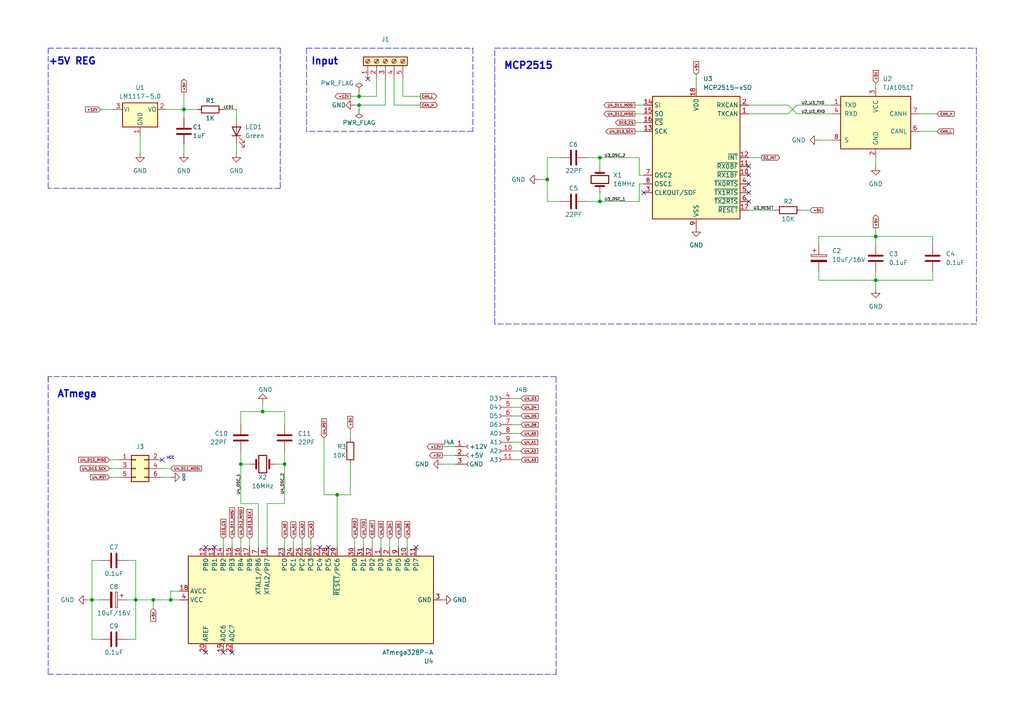
<source format=kicad_sch>
(kicad_sch (version 20211123) (generator eeschema)
  (paper "A4")
  (lib_symbols
    (symbol "CAN_ATmega:Connector_female" (pin_names (offset 1.5))
      (property "Reference" "J" (at -12 0 0))
      (property "Value" "Connector_female" (at 0 12 0))
      (symbol "Connector_female_1_1"
        (polyline (pts (xy 2.5654 -2.54) (xy 3.3274 -2.54)) (stroke (width 0.1524)))
        (polyline (pts (xy 2.5654 0) (xy 3.3274 0)) (stroke (width 0.1524)))
        (polyline (pts (xy 2.5654 2.54) (xy 3.3274 2.54)) (stroke (width 0.1524)))
        (arc (start 3.8354 -2.032) (mid 3.327 -2.54) (end 3.8354 -3.048) (stroke (width 0.1524)))
        (arc (start 3.8354 0.508) (mid 3.327 0) (end 3.8354 -0.508) (stroke (width 0.1524)))
        (arc (start 3.8354 3.048) (mid 3.327 2.54) (end 3.8354 2.032) (stroke (width 0.1524)))
        (pin power_out line (at 0 2.54 0) (length 2.54) (name "+12V") (number "1"))
        (pin power_out line (at 0 0 0) (length 2.54) (name "+5V") (number "2"))
        (pin power_out line (at 0 -2.54 0) (length 2.54) (name "GND") (number "3"))
      )
      (symbol "Connector_female_2_1"
        (polyline (pts (xy 2.5654 -8.89) (xy 3.3274 -8.89)) (stroke (width 0.1524)))
        (polyline (pts (xy 2.5654 -6.35) (xy 3.3274 -6.35)) (stroke (width 0.1524)))
        (polyline (pts (xy 2.5654 -3.81) (xy 3.3274 -3.81)) (stroke (width 0.1524)))
        (polyline (pts (xy 2.5654 -1.27) (xy 3.3274 -1.27)) (stroke (width 0.1524)))
        (polyline (pts (xy 2.5654 1.27) (xy 3.3274 1.27)) (stroke (width 0.1524)))
        (polyline (pts (xy 2.5654 3.81) (xy 3.3274 3.81)) (stroke (width 0.1524)))
        (polyline (pts (xy 2.5654 6.35) (xy 3.3274 6.35)) (stroke (width 0.1524)))
        (polyline (pts (xy 2.5654 8.89) (xy 3.3274 8.89)) (stroke (width 0.1524)))
        (arc (start 3.8354 -8.382) (mid 3.327 -8.89) (end 3.8354 -9.398) (stroke (width 0.1524)))
        (arc (start 3.8354 -5.842) (mid 3.327 -6.35) (end 3.8354 -6.858) (stroke (width 0.1524)))
        (arc (start 3.8354 -3.302) (mid 3.327 -3.81) (end 3.8354 -4.318) (stroke (width 0.1524)))
        (arc (start 3.8354 -0.762) (mid 3.327 -1.27) (end 3.8354 -1.778) (stroke (width 0.1524)))
        (arc (start 3.8354 1.778) (mid 3.3274 1.27) (end 3.8354 0.762) (stroke (width 0.1524)))
        (arc (start 3.8354 4.318) (mid 3.327 3.81) (end 3.8354 3.302) (stroke (width 0.1524)))
        (arc (start 3.8354 6.858) (mid 3.327 6.35) (end 3.8354 5.842) (stroke (width 0.1524)))
        (arc (start 3.8354 9.398) (mid 3.327 8.89) (end 3.8354 8.382) (stroke (width 0.1524)))
        (pin passive line (at 0 -6.35 0) (length 2.54) (name "A2") (number "10"))
        (pin passive line (at 0 -8.89 0) (length 2.54) (name "A3") (number "11"))
        (pin passive line (at 0 8.89 0) (length 2.54) (name "D3") (number "4"))
        (pin passive line (at 0 6.35 0) (length 2.54) (name "D4") (number "5"))
        (pin passive line (at 0 3.81 0) (length 2.54) (name "D5") (number "6"))
        (pin passive line (at 0 1.27 0) (length 2.54) (name "D6") (number "7"))
        (pin passive line (at 0 -1.27 0) (length 2.54) (name "A0") (number "8"))
        (pin passive line (at 0 -3.81 0) (length 2.54) (name "A1") (number "9"))
      )
    )
    (symbol "Connector:Screw_Terminal_01x05" (pin_names (offset 1.016) hide)
      (property "Reference" "J" (at 0 7.62 0))
      (property "Value" "Screw_Terminal_01x05" (at 0 -7.62 0))
      (symbol "Screw_Terminal_01x05_1_1"
        (rectangle (start -1.27 6.35) (end 1.27 -6.35) (stroke (width 0.254)) (fill (type background)))
        (circle (center 0 -5.08) (radius 0.635) (stroke (width 0.1524)))
        (circle (center 0 -2.54) (radius 0.635) (stroke (width 0.1524)))
        (polyline (pts (xy -0.5334 -4.7498) (xy 0.3302 -5.588)) (stroke (width 0.1524)))
        (polyline (pts (xy -0.5334 -2.2098) (xy 0.3302 -3.048)) (stroke (width 0.1524)))
        (polyline (pts (xy -0.5334 0.3302) (xy 0.3302 -0.508)) (stroke (width 0.1524)))
        (polyline (pts (xy -0.5334 2.8702) (xy 0.3302 2.032)) (stroke (width 0.1524)))
        (polyline (pts (xy -0.5334 5.4102) (xy 0.3302 4.572)) (stroke (width 0.1524)))
        (polyline (pts (xy -0.3556 -4.572) (xy 0.508 -5.4102)) (stroke (width 0.1524)))
        (polyline (pts (xy -0.3556 -2.032) (xy 0.508 -2.8702)) (stroke (width 0.1524)))
        (polyline (pts (xy -0.3556 0.508) (xy 0.508 -0.3302)) (stroke (width 0.1524)))
        (polyline (pts (xy -0.3556 3.048) (xy 0.508 2.2098)) (stroke (width 0.1524)))
        (polyline (pts (xy -0.3556 5.588) (xy 0.508 4.7498)) (stroke (width 0.1524)))
        (circle (center 0 0) (radius 0.635) (stroke (width 0.1524)))
        (circle (center 0 2.54) (radius 0.635) (stroke (width 0.1524)))
        (circle (center 0 5.08) (radius 0.635) (stroke (width 0.1524)))
        (pin passive line (at -5.08 5.08 0) (length 3.81) (name "Pin_1") (number "1"))
        (pin passive line (at -5.08 2.54 0) (length 3.81) (name "Pin_2") (number "2"))
        (pin passive line (at -5.08 0 0) (length 3.81) (name "Pin_3") (number "3"))
        (pin passive line (at -5.08 -2.54 0) (length 3.81) (name "Pin_4") (number "4"))
        (pin passive line (at -5.08 -5.08 0) (length 3.81) (name "Pin_5") (number "5"))
      )
    )
    (symbol "Connector_Generic:Conn_02x03_Odd_Even" (pin_names (offset 1.016) hide)
      (property "Reference" "J" (at 1.27 5.08 0))
      (property "Value" "Conn_02x03_Odd_Even" (at 1.27 -5.08 0))
      (symbol "Conn_02x03_Odd_Even_1_1"
        (rectangle (start -1.27 -2.413) (end 0 -2.667) (stroke (width 0.1524)))
        (rectangle (start -1.27 0.127) (end 0 -0.127) (stroke (width 0.1524)))
        (rectangle (start -1.27 2.667) (end 0 2.413) (stroke (width 0.1524)))
        (rectangle (start -1.27 3.81) (end 3.81 -3.81) (stroke (width 0.254)) (fill (type background)))
        (rectangle (start 3.81 -2.413) (end 2.54 -2.667) (stroke (width 0.1524)))
        (rectangle (start 3.81 0.127) (end 2.54 -0.127) (stroke (width 0.1524)))
        (rectangle (start 3.81 2.667) (end 2.54 2.413) (stroke (width 0.1524)))
        (pin passive line (at -5.08 2.54 0) (length 3.81) (name "Pin_1") (number "1"))
        (pin passive line (at 7.62 2.54 180) (length 3.81) (name "Pin_2") (number "2"))
        (pin passive line (at -5.08 0 0) (length 3.81) (name "Pin_3") (number "3"))
        (pin passive line (at 7.62 0 180) (length 3.81) (name "Pin_4") (number "4"))
        (pin passive line (at -5.08 -2.54 0) (length 3.81) (name "Pin_5") (number "5"))
        (pin passive line (at 7.62 -2.54 180) (length 3.81) (name "Pin_6") (number "6"))
      )
    )
    (symbol "Device:C" (pin_numbers hide) (pin_names (offset 0.254))
      (property "Reference" "C" (at 0.635 2.54 0))
      (property "Value" "C" (at 0.635 -2.54 0))
      (symbol "C_0_1"
        (polyline (pts (xy -2.032 -0.762) (xy 2.032 -0.762)) (stroke (width 0.508)))
        (polyline (pts (xy -2.032 0.762) (xy 2.032 0.762)) (stroke (width 0.508)))
      )
      (symbol "C_1_1"
        (pin passive line (at 0 3.81 270) (length 2.794) (name "~") (number "1"))
        (pin passive line (at 0 -3.81 90) (length 2.794) (name "~") (number "2"))
      )
    )
    (symbol "Device:C_Polarized" (pin_numbers hide) (pin_names (offset 0.254))
      (property "Reference" "C" (at 0.635 2.54 0))
      (property "Value" "C_Polarized" (at 0.635 -2.54 0))
      (symbol "C_Polarized_0_1"
        (rectangle (start -2.286 0.508) (end 2.286 1.016))
        (polyline (pts (xy -1.778 2.286) (xy -0.762 2.286)))
        (polyline (pts (xy -1.27 2.794) (xy -1.27 1.778)))
        (rectangle (start 2.286 -0.508) (end -2.286 -1.016) (fill (type outline)))
      )
      (symbol "C_Polarized_1_1"
        (pin passive line (at 0 3.81 270) (length 2.794) (name "~") (number "1"))
        (pin passive line (at 0 -3.81 90) (length 2.794) (name "~") (number "2"))
      )
    )
    (symbol "Device:Crystal" (pin_numbers hide) (pin_names (offset 1.016) hide)
      (property "Reference" "Y" (at 0 3.81 0))
      (property "Value" "Crystal" (at 0 -3.81 0))
      (symbol "Crystal_0_1"
        (rectangle (start -1.143 2.54) (end 1.143 -2.54) (stroke (width 0.3048)))
        (polyline (pts (xy -2.54 0) (xy -1.905 0)))
        (polyline (pts (xy -1.905 -1.27) (xy -1.905 1.27)) (stroke (width 0.508)))
        (polyline (pts (xy 1.905 -1.27) (xy 1.905 1.27)) (stroke (width 0.508)))
        (polyline (pts (xy 2.54 0) (xy 1.905 0)))
      )
      (symbol "Crystal_1_1"
        (pin passive line (at -3.81 0 0) (length 1.27) (name "1") (number "1"))
        (pin passive line (at 3.81 0 180) (length 1.27) (name "2") (number "2"))
      )
    )
    (symbol "Device:LED" (pin_numbers hide) (pin_names (offset 1.016) hide)
      (property "Reference" "D" (at 0 2.54 0))
      (property "Value" "LED" (at 0 -2.54 0))
      (symbol "LED_0_1"
        (polyline (pts (xy -1.27 -1.27) (xy -1.27 1.27)) (stroke (width 0.254)))
        (polyline (pts (xy -1.27 0) (xy 1.27 0)))
        (polyline (pts (xy 1.27 -1.27) (xy 1.27 1.27) (xy -1.27 0) (xy 1.27 -1.27)) (stroke (width 0.254)))
        (polyline (pts (xy -3.048 -0.762) (xy -4.572 -2.286) (xy -3.81 -2.286) (xy -4.572 -2.286) (xy -4.572 -1.524)))
        (polyline (pts (xy -1.778 -0.762) (xy -3.302 -2.286) (xy -2.54 -2.286) (xy -3.302 -2.286) (xy -3.302 -1.524)))
      )
      (symbol "LED_1_1"
        (pin passive line (at -3.81 0 0) (length 2.54) (name "K") (number "1"))
        (pin passive line (at 3.81 0 180) (length 2.54) (name "A") (number "2"))
      )
    )
    (symbol "Device:R" (pin_numbers hide) (pin_names (offset 0))
      (property "Reference" "R" (at 2.032 0 90))
      (property "Value" "R" (at 0 0 90))
      (symbol "R_0_1"
        (rectangle (start -1.016 -2.54) (end 1.016 2.54) (stroke (width 0.254)))
      )
      (symbol "R_1_1"
        (pin passive line (at 0 3.81 270) (length 1.27) (name "~") (number "1"))
        (pin passive line (at 0 -3.81 90) (length 1.27) (name "~") (number "2"))
      )
    )
    (symbol "Interface_CAN_LIN:MCP2515-xSO"
      (property "Reference" "U" (at -10.16 19.685 0))
      (property "Value" "MCP2515-xSO" (at 19.05 20.32 0))
      (symbol "MCP2515-xSO_0_1"
        (rectangle (start -12.7 17.78) (end 12.7 -17.78) (stroke (width 0.254)) (fill (type background)))
      )
      (symbol "MCP2515-xSO_1_1"
        (pin output line (at 15.24 12.7 180) (length 2.54) (name "TXCAN") (number "1"))
        (pin output line (at 15.24 -5.08 180) (length 2.54) (name "~{RX1BF}") (number "10"))
        (pin output line (at 15.24 -2.54 180) (length 2.54) (name "~{RX0BF}") (number "11"))
        (pin output line (at 15.24 0 180) (length 2.54) (name "~{INT}") (number "12"))
        (pin input line (at -15.24 7.62 0) (length 2.54) (name "SCK") (number "13"))
        (pin input line (at -15.24 15.24 0) (length 2.54) (name "SI") (number "14"))
        (pin output line (at -15.24 12.7 0) (length 2.54) (name "SO") (number "15"))
        (pin input line (at -15.24 10.16 0) (length 2.54) (name "~{CS}") (number "16"))
        (pin input line (at 15.24 -15.24 180) (length 2.54) (name "~{RESET}") (number "17"))
        (pin power_in line (at 0 20.32 270) (length 2.54) (name "VDD") (number "18"))
        (pin input line (at 15.24 15.24 180) (length 2.54) (name "RXCAN") (number "2"))
        (pin output line (at -15.24 -10.16 0) (length 2.54) (name "CLKOUT/SOF") (number "3"))
        (pin input line (at 15.24 -7.62 180) (length 2.54) (name "~{TX0RTS}") (number "4"))
        (pin input line (at 15.24 -10.16 180) (length 2.54) (name "~{TX1RTS}") (number "5"))
        (pin input line (at 15.24 -12.7 180) (length 2.54) (name "~{TX2RTS}") (number "6"))
        (pin output line (at -15.24 -5.08 0) (length 2.54) (name "OSC2") (number "7"))
        (pin input line (at -15.24 -7.62 0) (length 2.54) (name "OSC1") (number "8"))
        (pin power_in line (at 0 -20.32 90) (length 2.54) (name "VSS") (number "9"))
      )
    )
    (symbol "Interface_CAN_LIN:TJA1051T" (pin_names (offset 1.016))
      (property "Reference" "U" (at -10.16 8.89 0))
      (property "Value" "TJA1051T" (at 1.27 8.89 0))
      (symbol "TJA1051T_0_1"
        (rectangle (start -10.16 7.62) (end 10.16 -7.62) (stroke (width 0.254)) (fill (type background)))
      )
      (symbol "TJA1051T_1_1"
        (pin input line (at -12.7 5.08 0) (length 2.54) (name "TXD") (number "1"))
        (pin power_in line (at 0 -10.16 90) (length 2.54) (name "GND") (number "2"))
        (pin power_in line (at 0 10.16 270) (length 2.54) (name "VCC") (number "3"))
        (pin output line (at -12.7 2.54 0) (length 2.54) (name "RXD") (number "4"))
        (pin no_connect line (at -12.7 -2.54 0) (length 2.54) hide (name "n.c.") (number "5"))
        (pin bidirectional line (at 12.7 -2.54 180) (length 2.54) (name "CANL") (number "6"))
        (pin bidirectional line (at 12.7 2.54 180) (length 2.54) (name "CANH") (number "7"))
        (pin input line (at -12.7 -5.08 0) (length 2.54) (name "S") (number "8"))
      )
    )
    (symbol "MCU_Microchip_ATmega:ATmega328P-A"
      (property "Reference" "U" (at -12.7 36.83 0))
      (property "Value" "ATmega328P-A" (at 2.54 -36.83 0))
      (symbol "ATmega328P-A_0_1"
        (rectangle (start -12.7 -35.56) (end 12.7 35.56) (stroke (width 0.254)) (fill (type background)))
      )
      (symbol "ATmega328P-A_1_1"
        (pin bidirectional line (at 15.24 -20.32 180) (length 2.54) (name "PD3") (number "1"))
        (pin bidirectional line (at 15.24 -27.94 180) (length 2.54) (name "PD6") (number "10"))
        (pin bidirectional line (at 15.24 -30.48 180) (length 2.54) (name "PD7") (number "11"))
        (pin bidirectional line (at 15.24 30.48 180) (length 2.54) (name "PB0") (number "12"))
        (pin bidirectional line (at 15.24 27.94 180) (length 2.54) (name "PB1") (number "13"))
        (pin bidirectional line (at 15.24 25.4 180) (length 2.54) (name "PB2") (number "14"))
        (pin bidirectional line (at 15.24 22.86 180) (length 2.54) (name "PB3") (number "15"))
        (pin bidirectional line (at 15.24 20.32 180) (length 2.54) (name "PB4") (number "16"))
        (pin bidirectional line (at 15.24 17.78 180) (length 2.54) (name "PB5") (number "17"))
        (pin power_in line (at 2.54 38.1 270) (length 2.54) (name "AVCC") (number "18"))
        (pin input line (at -15.24 25.4 0) (length 2.54) (name "ADC6") (number "19"))
        (pin bidirectional line (at 15.24 -22.86 180) (length 2.54) (name "PD4") (number "2"))
        (pin passive line (at -15.24 30.48 0) (length 2.54) (name "AREF") (number "20"))
        (pin passive line (at 0 -38.1 90) (length 2.54) hide (name "GND") (number "21"))
        (pin input line (at -15.24 22.86 0) (length 2.54) (name "ADC7") (number "22"))
        (pin bidirectional line (at 15.24 7.62 180) (length 2.54) (name "PC0") (number "23"))
        (pin bidirectional line (at 15.24 5.08 180) (length 2.54) (name "PC1") (number "24"))
        (pin bidirectional line (at 15.24 2.54 180) (length 2.54) (name "PC2") (number "25"))
        (pin bidirectional line (at 15.24 0 180) (length 2.54) (name "PC3") (number "26"))
        (pin bidirectional line (at 15.24 -2.54 180) (length 2.54) (name "PC4") (number "27"))
        (pin bidirectional line (at 15.24 -5.08 180) (length 2.54) (name "PC5") (number "28"))
        (pin bidirectional line (at 15.24 -7.62 180) (length 2.54) (name "~{RESET}/PC6") (number "29"))
        (pin power_in line (at 0 -38.1 90) (length 2.54) (name "GND") (number "3"))
        (pin bidirectional line (at 15.24 -12.7 180) (length 2.54) (name "PD0") (number "30"))
        (pin bidirectional line (at 15.24 -15.24 180) (length 2.54) (name "PD1") (number "31"))
        (pin bidirectional line (at 15.24 -17.78 180) (length 2.54) (name "PD2") (number "32"))
        (pin power_in line (at 0 38.1 270) (length 2.54) (name "VCC") (number "4"))
        (pin passive line (at 0 -38.1 90) (length 2.54) hide (name "GND") (number "5"))
        (pin passive line (at 0 38.1 270) (length 2.54) hide (name "VCC") (number "6"))
        (pin bidirectional line (at 15.24 15.24 180) (length 2.54) (name "XTAL1/PB6") (number "7"))
        (pin bidirectional line (at 15.24 12.7 180) (length 2.54) (name "XTAL2/PB7") (number "8"))
        (pin bidirectional line (at 15.24 -25.4 180) (length 2.54) (name "PD5") (number "9"))
      )
    )
    (symbol "Regulator_Linear:LM1117-5.0" (pin_names (offset 0.254))
      (property "Reference" "U" (at -3.81 3.175 0))
      (property "Value" "LM1117-5.0" (at 0 3.175 0))
      (symbol "LM1117-5.0_0_1"
        (rectangle (start -5.08 -5.08) (end 5.08 1.905) (stroke (width 0.254)) (fill (type background)))
      )
      (symbol "LM1117-5.0_1_1"
        (pin power_in line (at 0 -7.62 90) (length 2.54) (name "GND") (number "1"))
        (pin power_out line (at 7.62 0 180) (length 2.54) (name "VO") (number "2"))
        (pin power_in line (at -7.62 0 0) (length 2.54) (name "VI") (number "3"))
      )
    )
    (symbol "power:GND" (power) (pin_names (offset 0))
      (property "Value" "GND" (at 0 -3.81 0))
      (symbol "GND_0_1"
        (polyline (pts (xy 0 0) (xy 0 -1.27) (xy 1.27 -1.27) (xy 0 -2.54) (xy -1.27 -1.27) (xy 0 -1.27)))
      )
      (symbol "GND_1_1"
        (pin power_in line (at 0 0 270) (length 0) hide (name "GND") (number "1"))
      )
    )
    (symbol "power:PWR_FLAG" (power) (pin_numbers hide) (pin_names (offset 0) hide)
      (property "Value" "PWR_FLAG" (at 0 3.81 0))
      (symbol "PWR_FLAG_0_0"
        (pin power_out line (at 0 0 90) (length 0) (name "pwr") (number "1"))
      )
      (symbol "PWR_FLAG_0_1"
        (polyline (pts (xy 0 0) (xy 0 1.27) (xy -1.016 1.905) (xy 0 2.54) (xy 1.016 1.905) (xy 0 1.27)))
      )
    )
  )
  (junction (at 254 81.28))
  (junction (at 254 68.58))
  (junction (at 69.85 134.62))
  (junction (at 53.34 31.75))
  (junction (at 26.67 173.99))
  (junction (at 97.79 143.51))
  (junction (at 49.53 173.99))
  (junction (at 173.99 45.72))
  (junction (at 104.14 30.48))
  (junction (at 82.55 134.62))
  (junction (at 76.2 119.38))
  (junction (at 44.45 173.99))
  (junction (at 158.75 52.07))
  (junction (at 104.14 27.94))
  (junction (at 39.37 173.99))
  (junction (at 173.99 58.42))
  (no_connect (at 106.68 22.86))
  (no_connect (at 59.69 158.75))
  (no_connect (at 217.17 55.88))
  (no_connect (at 217.17 50.8))
  (no_connect (at 67.31 189.23))
  (no_connect (at 217.17 48.26))
  (no_connect (at 64.77 189.23))
  (no_connect (at 217.17 53.34))
  (no_connect (at 120.65 158.75))
  (no_connect (at 46.99 133.35))
  (no_connect (at 217.17 58.42))
  (no_connect (at 186.69 55.88))
  (no_connect (at 59.69 189.23))
  (no_connect (at 95.25 158.75))
  (no_connect (at 92.71 158.75))
  (no_connect (at 62.23 158.75))
  (wire (pts (xy 31.75 133.35) (xy 34.29 133.35)))
  (wire (pts (xy 29.21 162.56) (xy 26.67 162.56)))
  (wire (pts (xy 102.87 156.21) (xy 102.87 158.75)))
  (wire (pts (xy 31.75 135.89) (xy 34.29 135.89)))
  (wire (pts (xy 97.79 143.51) (xy 93.98 143.51)))
  (wire (pts (xy 26.67 173.99) (xy 26.67 185.42)))
  (wire (pts (xy 186.69 53.34) (xy 185.42 53.34)))
  (wire (pts (xy 64.77 31.75) (xy 68.58 31.75)))
  (wire (pts (xy 104.14 30.48) (xy 111.76 30.48)))
  (wire (pts (xy 105.41 156.21) (xy 105.41 158.75)))
  (wire (pts (xy 104.14 27.94) (xy 109.22 27.94)))
  (wire (pts (xy 148.59 133.35) (xy 151.13 133.35)))
  (wire (pts (xy 40.64 39.37) (xy 40.64 44.45)))
  (wire (pts (xy 184.15 30.48) (xy 186.69 30.48)))
  (wire (pts (xy 254 68.58) (xy 254 71.12)))
  (wire (pts (xy 237.49 81.28) (xy 254 81.28)))
  (wire (pts (xy 254 81.28) (xy 270.51 81.28)))
  (wire (pts (xy 237.49 78.74) (xy 237.49 81.28)))
  (wire (pts (xy 39.37 185.42) (xy 36.83 185.42)))
  (wire (pts (xy 186.69 50.8) (xy 185.42 50.8)))
  (wire (pts (xy 104.14 26.67) (xy 104.14 27.94)))
  (wire (pts (xy 82.55 134.62) (xy 80.01 134.62)))
  (wire (pts (xy 82.55 134.62) (xy 82.55 146.05)))
  (wire (pts (xy 46.99 138.43) (xy 49.53 138.43)))
  (wire (pts (xy 184.15 33.02) (xy 186.69 33.02)))
  (wire (pts (xy 110.49 156.21) (xy 110.49 158.75)))
  (wire (pts (xy 77.47 146.05) (xy 82.55 146.05)))
  (wire (pts (xy 184.15 35.56) (xy 186.69 35.56)))
  (polyline (pts (xy 143.51 13.97) (xy 283.21 13.97)))
  (polyline (pts (xy 137.16 13.97) (xy 137.16 38.1)))
  (wire (pts (xy 101.6 124.46) (xy 101.6 127)))
  (wire (pts (xy 29.21 31.75) (xy 33.02 31.75)))
  (wire (pts (xy 115.57 156.21) (xy 115.57 158.75)))
  (wire (pts (xy 158.75 58.42) (xy 158.75 52.07)))
  (polyline (pts (xy 13.97 13.97) (xy 81.28 13.97)))
  (wire (pts (xy 228.6 30.48) (xy 231.14 33.02)))
  (wire (pts (xy 148.59 120.65) (xy 151.13 120.65)))
  (wire (pts (xy 69.85 123.19) (xy 69.85 119.38)))
  (wire (pts (xy 116.84 27.94) (xy 116.84 22.86)))
  (wire (pts (xy 44.45 173.99) (xy 49.53 173.99)))
  (wire (pts (xy 228.6 33.02) (xy 217.17 33.02)))
  (wire (pts (xy 254 45.72) (xy 254 48.26)))
  (wire (pts (xy 185.42 45.72) (xy 185.42 50.8)))
  (wire (pts (xy 173.99 58.42) (xy 170.18 58.42)))
  (wire (pts (xy 97.79 143.51) (xy 101.6 143.51)))
  (wire (pts (xy 44.45 176.53) (xy 44.45 173.99)))
  (polyline (pts (xy 283.21 13.97) (xy 283.21 93.98)))
  (wire (pts (xy 25.4 173.99) (xy 26.67 173.99)))
  (wire (pts (xy 254 81.28) (xy 254 83.82)))
  (wire (pts (xy 217.17 30.48) (xy 228.6 30.48)))
  (wire (pts (xy 49.53 171.45) (xy 52.07 171.45)))
  (wire (pts (xy 254 66.04) (xy 254 68.58)))
  (wire (pts (xy 74.93 146.05) (xy 74.93 158.75)))
  (wire (pts (xy 104.14 30.48) (xy 104.14 31.75)))
  (wire (pts (xy 76.2 119.38) (xy 82.55 119.38)))
  (wire (pts (xy 148.59 125.73) (xy 151.13 125.73)))
  (wire (pts (xy 113.03 156.21) (xy 113.03 158.75)))
  (wire (pts (xy 26.67 173.99) (xy 29.21 173.99)))
  (wire (pts (xy 121.92 27.94) (xy 116.84 27.94)))
  (wire (pts (xy 87.63 156.21) (xy 87.63 158.75)))
  (wire (pts (xy 254 68.58) (xy 270.51 68.58)))
  (wire (pts (xy 270.51 68.58) (xy 270.51 71.12)))
  (wire (pts (xy 173.99 45.72) (xy 173.99 48.26)))
  (wire (pts (xy 173.99 45.72) (xy 170.18 45.72)))
  (wire (pts (xy 148.59 130.81) (xy 151.13 130.81)))
  (wire (pts (xy 173.99 58.42) (xy 185.42 58.42)))
  (wire (pts (xy 64.77 158.75) (xy 64.77 156.21)))
  (wire (pts (xy 270.51 81.28) (xy 270.51 78.74)))
  (wire (pts (xy 101.6 27.94) (xy 104.14 27.94)))
  (wire (pts (xy 114.3 30.48) (xy 114.3 22.86)))
  (wire (pts (xy 266.7 38.1) (xy 271.78 38.1)))
  (wire (pts (xy 39.37 162.56) (xy 36.83 162.56)))
  (polyline (pts (xy 13.97 109.22) (xy 13.97 195.58)))
  (wire (pts (xy 39.37 173.99) (xy 39.37 185.42)))
  (wire (pts (xy 231.14 30.48) (xy 241.3 30.48)))
  (wire (pts (xy 69.85 134.62) (xy 69.85 130.81)))
  (wire (pts (xy 237.49 40.64) (xy 241.3 40.64)))
  (polyline (pts (xy 13.97 195.58) (xy 161.29 195.58)))
  (wire (pts (xy 93.98 127) (xy 93.98 143.51)))
  (polyline (pts (xy 283.21 93.98) (xy 143.51 93.98)))
  (wire (pts (xy 26.67 185.42) (xy 29.21 185.42)))
  (wire (pts (xy 158.75 52.07) (xy 158.75 45.72)))
  (polyline (pts (xy 143.51 93.98) (xy 143.51 13.97)))
  (wire (pts (xy 46.99 135.89) (xy 49.53 135.89)))
  (wire (pts (xy 39.37 173.99) (xy 44.45 173.99)))
  (wire (pts (xy 185.42 53.34) (xy 185.42 58.42)))
  (wire (pts (xy 128.27 129.54) (xy 132.08 129.54)))
  (wire (pts (xy 128.27 132.08) (xy 132.08 132.08)))
  (wire (pts (xy 156.21 52.07) (xy 158.75 52.07)))
  (wire (pts (xy 77.47 158.75) (xy 77.47 146.05)))
  (wire (pts (xy 107.95 158.75) (xy 107.95 156.21)))
  (wire (pts (xy 76.2 116.84) (xy 76.2 119.38)))
  (wire (pts (xy 49.53 173.99) (xy 52.07 173.99)))
  (wire (pts (xy 48.26 31.75) (xy 53.34 31.75)))
  (polyline (pts (xy 88.9 13.97) (xy 137.16 13.97)))
  (wire (pts (xy 109.22 22.86) (xy 109.22 27.94)))
  (wire (pts (xy 82.55 156.21) (xy 82.55 158.75)))
  (wire (pts (xy 254 24.13) (xy 254 25.4)))
  (wire (pts (xy 158.75 45.72) (xy 162.56 45.72)))
  (wire (pts (xy 31.75 138.43) (xy 34.29 138.43)))
  (wire (pts (xy 39.37 173.99) (xy 39.37 162.56)))
  (wire (pts (xy 68.58 31.75) (xy 68.58 34.29)))
  (wire (pts (xy 53.34 31.75) (xy 53.34 34.29)))
  (polyline (pts (xy 81.28 13.97) (xy 81.28 54.61)))
  (wire (pts (xy 82.55 134.62) (xy 82.55 130.81)))
  (wire (pts (xy 68.58 41.91) (xy 68.58 44.45)))
  (wire (pts (xy 90.17 156.21) (xy 90.17 158.75)))
  (wire (pts (xy 232.41 60.96) (xy 234.95 60.96)))
  (wire (pts (xy 101.6 134.62) (xy 101.6 143.51)))
  (wire (pts (xy 111.76 22.86) (xy 111.76 30.48)))
  (polyline (pts (xy 81.28 54.61) (xy 13.97 54.61)))
  (wire (pts (xy 254 78.74) (xy 254 81.28)))
  (wire (pts (xy 49.53 173.99) (xy 49.53 171.45)))
  (polyline (pts (xy 161.29 195.58) (xy 161.29 109.22)))
  (wire (pts (xy 69.85 119.38) (xy 76.2 119.38)))
  (wire (pts (xy 173.99 55.88) (xy 173.99 58.42)))
  (wire (pts (xy 148.59 115.57) (xy 151.13 115.57)))
  (polyline (pts (xy 161.29 109.22) (xy 13.97 109.22)))
  (wire (pts (xy 231.14 33.02) (xy 241.3 33.02)))
  (wire (pts (xy 53.34 26.67) (xy 53.34 31.75)))
  (wire (pts (xy 85.09 156.21) (xy 85.09 158.75)))
  (wire (pts (xy 72.39 158.75) (xy 72.39 156.21)))
  (wire (pts (xy 69.85 134.62) (xy 69.85 146.05)))
  (wire (pts (xy 72.39 134.62) (xy 69.85 134.62)))
  (wire (pts (xy 26.67 162.56) (xy 26.67 173.99)))
  (polyline (pts (xy 13.97 13.97) (xy 13.97 54.61)))
  (wire (pts (xy 36.83 173.99) (xy 39.37 173.99)))
  (wire (pts (xy 231.14 30.48) (xy 228.6 33.02)))
  (wire (pts (xy 148.59 123.19) (xy 151.13 123.19)))
  (wire (pts (xy 220.98 45.72) (xy 217.17 45.72)))
  (wire (pts (xy 67.31 158.75) (xy 67.31 156.21)))
  (wire (pts (xy 162.56 58.42) (xy 158.75 58.42)))
  (wire (pts (xy 148.59 128.27) (xy 151.13 128.27)))
  (wire (pts (xy 102.87 30.48) (xy 104.14 30.48)))
  (wire (pts (xy 173.99 45.72) (xy 185.42 45.72)))
  (wire (pts (xy 118.11 156.21) (xy 118.11 158.75)))
  (wire (pts (xy 69.85 146.05) (xy 74.93 146.05)))
  (polyline (pts (xy 88.9 13.97) (xy 88.9 38.1)))
  (wire (pts (xy 266.7 33.02) (xy 271.78 33.02)))
  (wire (pts (xy 82.55 119.38) (xy 82.55 123.19)))
  (wire (pts (xy 201.93 21.59) (xy 201.93 25.4)))
  (polyline (pts (xy 137.16 38.1) (xy 88.9 38.1)))
  (wire (pts (xy 69.85 158.75) (xy 69.85 156.21)))
  (wire (pts (xy 148.59 118.11) (xy 151.13 118.11)))
  (wire (pts (xy 184.15 38.1) (xy 186.69 38.1)))
  (wire (pts (xy 237.49 68.58) (xy 237.49 71.12)))
  (wire (pts (xy 254 68.58) (xy 237.49 68.58)))
  (wire (pts (xy 121.92 30.48) (xy 114.3 30.48)))
  (wire (pts (xy 128.27 134.62) (xy 132.08 134.62)))
  (wire (pts (xy 217.17 60.96) (xy 224.79 60.96)))
  (wire (pts (xy 53.34 31.75) (xy 57.15 31.75)))
  (polyline (pts (xy 13.97 109.22) (xy 13.97 110.49)))
  (wire (pts (xy 97.79 143.51) (xy 97.79 158.75)))
  (wire (pts (xy 53.34 41.91) (xy 53.34 44.45)))
  (text "+5V REG" (at 13.97 19.05 0) (effects (font (size 2 2) (thickness 0.4) bold) (justify left bottom)))
  (text "ATmega" (at 16.51 115.57 0) (effects (font (size 2 2) (thickness 0.4) bold) (justify left bottom)))
  (text "MCP2515" (at 146.05 20.32 0) (effects (font (size 2 2) (thickness 0.4) bold) (justify left bottom)))
  (text "VCC" (at 48.26 133.35 0) (effects (font (size 0.75 0.75)) (justify left bottom)))
  (text "Input" (at 90.17 19.05 0) (effects (font (size 2 2) (thickness 0.4) bold) (justify left bottom)))
  (label "U2_U3_TXD" (at 232.41 30.48 0) (effects (font (size 0.8 0.8))))
  (label "LED1" (at 64.77 31.75 0) (effects (font (size 0.8 0.8))))
  (label "U4_OSC_1" (at 69.85 143.51 90) (effects (font (size 0.8 0.8))))
  (label "U2_U3_RXD" (at 232.41 33.02 0) (effects (font (size 0.8 0.8))))
  (label "U3_OSC_1" (at 175.26 58.42 0) (effects (font (size 0.8 0.8))))
  (label "U3_OSC_2" (at 175.26 45.72 0) (effects (font (size 0.8 0.8))))
  (label "U3_RESET" (at 218.44 60.96 0) (effects (font (size 0.8 0.8))))
  (label "U4_OSC_2" (at 82.55 137.16 270) (effects (font (size 0.8 0.8))))
  (global_label "U4_D12_MISO" (shape input) (at 69.85 156.21 90) (effects (font (size 0.75 0.75))) (property "Intersheet References" "${INTERSHEET_REFS}" (effects hide)))
  (global_label "U4_D6" (shape input) (at 118.11 156.21 90) (effects (font (size 0.75 0.75))) (property "Intersheet References" "${INTERSHEET_REFS}" (effects hide)))
  (global_label "U4_A3" (shape input) (at 90.17 156.21 90) (effects (font (size 0.75 0.75))) (property "Intersheet References" "${INTERSHEET_REFS}" (effects hide)))
  (global_label "U4_A0" (shape input) (at 151.13 125.73 0) (effects (font (size 0.75 0.75))) (property "Intersheet References" "${INTERSHEET_REFS}" (effects hide)))
  (global_label "U4_D4" (shape input) (at 151.13 118.11 0) (effects (font (size 0.75 0.75))) (property "Intersheet References" "${INTERSHEET_REFS}" (effects hide)))
  (global_label "U4_A1" (shape input) (at 151.13 128.27 0) (effects (font (size 0.75 0.75))) (property "Intersheet References" "${INTERSHEET_REFS}" (effects hide)))
  (global_label "U4_D12_MISO" (shape input) (at 31.75 133.35 180) (effects (font (size 0.75 0.75))) (property "Intersheet References" "${INTERSHEET_REFS}" (effects hide)))
  (global_label "U4_D12_MISO" (shape output) (at 184.15 33.02 180) (effects (font (size 0.75 0.75))) (property "Intersheet References" "${INTERSHEET_REFS}" (effects hide)))
  (global_label "CAN_L" (shape output) (at 121.92 27.94 0) (effects (font (size 0.75 0.75))) (property "Intersheet References" "${INTERSHEET_REFS}" (effects hide)))
  (global_label "+5V" (shape input) (at 254 24.13 90) (effects (font (size 0.75 0.75))) (property "Intersheet References" "${INTERSHEET_REFS}" (effects hide)))
  (global_label "U4_A0" (shape input) (at 82.55 156.21 90) (effects (font (size 0.75 0.75))) (property "Intersheet References" "${INTERSHEET_REFS}" (effects hide)))
  (global_label "U4_D4" (shape input) (at 113.03 156.21 90) (effects (font (size 0.75 0.75))) (property "Intersheet References" "${INTERSHEET_REFS}" (effects hide)))
  (global_label "U4_D6" (shape input) (at 151.13 123.19 0) (effects (font (size 0.75 0.75))) (property "Intersheet References" "${INTERSHEET_REFS}" (effects hide)))
  (global_label "U4_D11_MOSI" (shape output) (at 184.15 30.48 180) (effects (font (size 0.75 0.75))) (property "Intersheet References" "${INTERSHEET_REFS}" (effects hide)))
  (global_label "U4_TXD" (shape input) (at 105.41 156.21 90) (effects (font (size 0.75 0.75))) (property "Intersheet References" "${INTERSHEET_REFS}" (effects hide)))
  (global_label "+5V" (shape output) (at 254 66.04 90) (effects (font (size 0.75 0.75))) (property "Intersheet References" "${INTERSHEET_REFS}" (effects hide)))
  (global_label "+5V" (shape input) (at 201.93 21.59 90) (effects (font (size 0.75 0.75))) (property "Intersheet References" "${INTERSHEET_REFS}" (effects hide)))
  (global_label "U4_RST" (shape input) (at 31.75 138.43 180) (effects (font (size 0.75 0.75))) (property "Intersheet References" "${INTERSHEET_REFS}" (effects hide)))
  (global_label "U4_A2" (shape input) (at 87.63 156.21 90) (effects (font (size 0.75 0.75))) (property "Intersheet References" "${INTERSHEET_REFS}" (effects hide)))
  (global_label "CAN_L" (shape input) (at 271.78 38.1 0) (effects (font (size 0.75 0.75))) (property "Intersheet References" "${INTERSHEET_REFS}" (effects hide)))
  (global_label "U4_D3" (shape input) (at 110.49 156.21 90) (effects (font (size 0.75 0.75))) (property "Intersheet References" "${INTERSHEET_REFS}" (effects hide)))
  (global_label "U4_A2" (shape input) (at 151.13 130.81 0) (effects (font (size 0.75 0.75))) (property "Intersheet References" "${INTERSHEET_REFS}" (effects hide)))
  (global_label "U4_D13_SCK" (shape output) (at 184.15 38.1 180) (effects (font (size 0.75 0.75))) (property "Intersheet References" "${INTERSHEET_REFS}" (effects hide)))
  (global_label "CAN_H" (shape output) (at 121.92 30.48 0) (effects (font (size 0.75 0.75))) (property "Intersheet References" "${INTERSHEET_REFS}" (effects hide)))
  (global_label "U4_D5" (shape input) (at 115.57 156.21 90) (effects (font (size 0.75 0.75))) (property "Intersheet References" "${INTERSHEET_REFS}" (effects hide)))
  (global_label "U4_A3" (shape input) (at 151.13 133.35 0) (effects (font (size 0.75 0.75))) (property "Intersheet References" "${INTERSHEET_REFS}" (effects hide)))
  (global_label "U4_D13_SCK" (shape input) (at 72.39 156.21 90) (effects (font (size 0.75 0.75))) (property "Intersheet References" "${INTERSHEET_REFS}" (effects hide)))
  (global_label "U4_D11_MOSI" (shape input) (at 67.31 156.21 90) (effects (font (size 0.75 0.75))) (property "Intersheet References" "${INTERSHEET_REFS}" (effects hide)))
  (global_label "U4_D5" (shape input) (at 151.13 120.65 0) (effects (font (size 0.75 0.75))) (property "Intersheet References" "${INTERSHEET_REFS}" (effects hide)))
  (global_label "U4_RST" (shape input) (at 93.98 127 90) (effects (font (size 0.75 0.75))) (property "Intersheet References" "${INTERSHEET_REFS}" (effects hide)))
  (global_label "D10_CS" (shape input) (at 64.77 156.21 90) (effects (font (size 0.75 0.75))) (property "Intersheet References" "${INTERSHEET_REFS}" (effects hide)))
  (global_label "D10_CS" (shape output) (at 184.15 35.56 180) (effects (font (size 0.75 0.75))) (property "Intersheet References" "${INTERSHEET_REFS}" (effects hide)))
  (global_label "+5V" (shape input) (at 44.45 176.53 270) (effects (font (size 0.75 0.75))) (property "Intersheet References" "${INTERSHEET_REFS}" (effects hide)))
  (global_label "+12V" (shape output) (at 128.27 129.54 180) (effects (font (size 0.75 0.75))) (property "Intersheet References" "${INTERSHEET_REFS}" (effects hide)))
  (global_label "U4_RXD" (shape input) (at 102.87 156.21 90) (effects (font (size 0.75 0.75))) (property "Intersheet References" "${INTERSHEET_REFS}" (effects hide)))
  (global_label "U4_A1" (shape input) (at 85.09 156.21 90) (effects (font (size 0.75 0.75))) (property "Intersheet References" "${INTERSHEET_REFS}" (effects hide)))
  (global_label "+12V" (shape output) (at 101.6 27.94 180) (effects (font (size 0.75 0.75))) (property "Intersheet References" "${INTERSHEET_REFS}" (effects hide)))
  (global_label "CAN_H" (shape input) (at 271.78 33.02 0) (effects (font (size 0.75 0.75))) (property "Intersheet References" "${INTERSHEET_REFS}" (effects hide)))
  (global_label "D2_INT" (shape output) (at 220.98 45.72 0) (effects (font (size 0.75 0.75))) (property "Intersheet References" "${INTERSHEET_REFS}" (effects hide)))
  (global_label "+12V" (shape input) (at 29.21 31.75 180) (effects (font (size 0.75 0.75))) (property "Intersheet References" "${INTERSHEET_REFS}" (effects hide)))
  (global_label "U4_D11_MOSI" (shape input) (at 49.53 135.89 0) (effects (font (size 0.75 0.75))) (property "Intersheet References" "${INTERSHEET_REFS}" (effects hide)))
  (global_label "+5V" (shape input) (at 101.6 124.46 90) (effects (font (size 0.75 0.75))) (property "Intersheet References" "${INTERSHEET_REFS}" (effects hide)))
  (global_label "+5V" (shape output) (at 128.27 132.08 180) (effects (font (size 0.75 0.75))) (property "Intersheet References" "${INTERSHEET_REFS}" (effects hide)))
  (global_label "U4_D3" (shape input) (at 151.13 115.57 0) (effects (font (size 0.75 0.75))) (property "Intersheet References" "${INTERSHEET_REFS}" (effects hide)))
  (global_label "D2_INT" (shape input) (at 107.95 156.21 90) (effects (font (size 0.75 0.75))) (property "Intersheet References" "${INTERSHEET_REFS}" (effects hide)))
  (global_label "+5V" (shape output) (at 53.34 26.67 90) (effects (font (size 0.75 0.75))) (property "Intersheet References" "${INTERSHEET_REFS}" (effects hide)))
  (global_label "+5V" (shape input) (at 234.95 60.96 0) (effects (font (size 0.75 0.75))) (property "Intersheet References" "${INTERSHEET_REFS}" (effects hide)))
  (global_label "U4_D13_SCK" (shape input) (at 31.75 135.89 180) (effects (font (size 0.75 0.75))) (property "Intersheet References" "${INTERSHEET_REFS}" (effects hide)))
  (symbol (lib_id "power:GND") (at 76.2 116.84 180) (unit 1)
    (property "Reference" "#PWR0111" (effects hide))
    (property "Value" "GND" (at 74.93 113.03 0) (effects (justify right)))
  )
  (symbol (lib_id "Device:Crystal") (at 76.2 134.62 0) (unit 1)
    (property "Reference" "X2" (at 76.2 138.43 0))
    (property "Value" "16MHz" (at 76.2 140.97 0))
    (property "Footprint" "Crystal:Crystal_HC49-4H_Vertical" (effects hide))
  )
  (symbol (lib_id "CAN_ATmega:Connector_female") (at 132.08 132.08 0) (unit 1)
    (property "Reference" "J4" (at 128.27 128.27 0) (effects (justify left)))
    (property "Value" "Connector_female" (effects hide))
    (property "Footprint" "CAN_ATmega:Connector_female" (effects hide))
  )
  (symbol (lib_id "Device:C") (at 270.51 74.93 0) (unit 1)
    (property "Reference" "C4" (at 274.32 73.6599 0) (effects (justify left)))
    (property "Value" "0.1uF" (at 274.32 76.1999 0) (effects (justify left)))
    (property "Footprint" "Capacitor_SMD:C_1206_3216Metric" (effects hide))
  )
  (symbol (lib_id "Device:C") (at 33.02 162.56 270) (unit 1)
    (property "Reference" "C7" (at 33.02 158.75 90))
    (property "Value" "0.1uF" (at 33.02 166.37 90))
    (property "Footprint" "Capacitor_SMD:C_1206_3216Metric" (effects hide))
  )
  (symbol (lib_id "power:PWR_FLAG") (at 104.14 26.67 0) (unit 1)
    (property "Reference" "#FLG0102" (effects hide))
    (property "Value" "PWR_FLAG" (at 97.79 24.13 0))
  )
  (symbol (lib_id "Device:Crystal") (at 173.99 52.07 270) (unit 1)
    (property "Reference" "X1" (at 177.8 50.7999 90) (effects (justify left)))
    (property "Value" "16MHz" (at 177.8 53.3399 90) (effects (justify left)))
    (property "Footprint" "Crystal:Crystal_HC49-4H_Vertical" (effects hide))
  )
  (symbol (lib_id "Device:C") (at 82.55 127 0) (unit 1)
    (property "Reference" "C11" (at 86.36 125.73 0) (effects (justify left)))
    (property "Value" "22PF" (at 86.36 128.2699 0) (effects (justify left)))
    (property "Footprint" "Capacitor_SMD:C_1206_3216Metric" (effects hide))
  )
  (symbol (lib_id "power:GND") (at 156.21 52.07 270) (unit 1)
    (property "Reference" "#PWR0103" (effects hide))
    (property "Value" "GND" (at 152.4 52.0699 90) (effects (justify right)))
  )
  (symbol (lib_id "power:GND") (at 237.49 40.64 270) (unit 1)
    (property "Reference" "#PWR0113" (effects hide))
    (property "Value" "GND" (at 233.68 40.6399 90) (effects (justify right)))
  )
  (symbol (lib_id "Connector_Generic:Conn_02x03_Odd_Even") (at 39.37 135.89 0) (unit 1)
    (property "Reference" "J3" (at 40.64 129.54 0))
    (property "Value" "Conn_02x03_Odd_Even" (effects hide))
    (property "Footprint" "Connector_IDC:IDC-Header_2x03_P2.54mm_Vertical" (effects hide))
  )
  (symbol (lib_id "power:GND") (at 254 83.82 0) (unit 1)
    (property "Reference" "#PWR0112" (effects hide))
    (property "Value" "GND" (at 254 88.9 0))
  )
  (symbol (lib_id "Device:C_Polarized") (at 33.02 173.99 270) (unit 1)
    (property "Reference" "C8" (at 33.02 170.18 90))
    (property "Value" "10uF/16V" (at 33.02 177.8 90))
    (property "Footprint" "Capacitor_SMD:C_1206_3216Metric" (effects hide))
  )
  (symbol (lib_id "Device:C") (at 166.37 58.42 90) (unit 1)
    (property "Reference" "C5" (at 166.37 54.61 90))
    (property "Value" "22PF" (at 166.37 62.23 90))
    (property "Footprint" "Capacitor_SMD:C_1206_3216Metric" (effects hide))
  )
  (symbol (lib_id "power:GND") (at 201.93 66.04 0) (unit 1)
    (property "Reference" "#PWR0114" (effects hide))
    (property "Value" "GND" (at 201.93 71.12 0))
  )
  (symbol (lib_id "power:GND") (at 128.27 173.99 90) (unit 1)
    (property "Reference" "#PWR0110" (effects hide))
    (property "Value" "GND" (at 133.35 173.99 90))
  )
  (symbol (lib_id "power:GND") (at 102.87 30.48 270) (unit 1)
    (property "Reference" "#PWR0108" (effects hide))
    (property "Value" "GND" (at 100.33 30.48 90) (effects (justify right)))
  )
  (symbol (lib_id "power:GND") (at 68.58 44.45 0) (unit 1)
    (property "Reference" "#PWR0107" (effects hide))
    (property "Value" "GND" (at 68.58 49.53 0))
  )
  (symbol (lib_id "power:GND") (at 128.27 134.62 270) (unit 1)
    (property "Reference" "#PWR0102" (effects hide))
    (property "Value" "GND" (at 124.46 134.6199 90) (effects (justify right)))
  )
  (symbol (lib_id "Device:R") (at 101.6 130.81 0) (unit 1)
    (property "Reference" "R3" (at 97.79 129.54 0) (effects (justify left)))
    (property "Value" "10K" (at 96.52 132.08 0) (effects (justify left)))
    (property "Footprint" "Resistor_SMD:R_0805_2012Metric" (effects hide))
  )
  (symbol (lib_id "Device:C") (at 166.37 45.72 90) (unit 1)
    (property "Reference" "C6" (at 167.64 41.91 90) (effects (justify left)))
    (property "Value" "22PF" (at 168.91 49.53 90) (effects (justify left)))
    (property "Footprint" "Capacitor_SMD:C_1206_3216Metric" (effects hide))
  )
  (symbol (lib_id "Interface_CAN_LIN:MCP2515-xSO") (at 201.93 45.72 0) (unit 1)
    (property "Reference" "U3" (at 203.9494 22.86 0) (effects (justify left)))
    (property "Value" "MCP2515-xSO" (at 203.9494 25.4 0) (effects (justify left)))
    (property "Footprint" "Package_SO:SOIC-18W_7.5x11.6mm_P1.27mm" (effects hide))
    (property "Datasheet" "http://ww1.microchip.com/downloads/en/DeviceDoc/21801e.pdf" (effects hide))
  )
  (symbol (lib_id "Device:C") (at 33.02 185.42 270) (unit 1)
    (property "Reference" "C9" (at 33.02 181.61 90))
    (property "Value" "0.1uF" (at 33.02 189.23 90))
    (property "Footprint" "Capacitor_SMD:C_1206_3216Metric" (effects hide))
  )
  (symbol (lib_id "Interface_CAN_LIN:TJA1051T") (at 254 35.56 0) (unit 1)
    (property "Reference" "U2" (at 256.0194 22.86 0) (effects (justify left)))
    (property "Value" "TJA1051T" (at 256.0194 25.4 0) (effects (justify left)))
    (property "Footprint" "Package_SO:SOIC-8_3.9x4.9mm_P1.27mm" (effects hide))
    (property "Datasheet" "http://www.nxp.com/documents/data_sheet/TJA1051.pdf" (effects hide))
  )
  (symbol (lib_id "Device:R") (at 60.96 31.75 90) (unit 1)
    (property "Reference" "R1" (at 60.96 29.21 90))
    (property "Value" "1K" (at 60.96 34.29 90))
    (property "Footprint" "Resistor_SMD:R_0805_2012Metric" (effects hide))
  )
  (symbol (lib_id "power:PWR_FLAG") (at 104.14 31.75 0) (mirror x) (unit 1)
    (property "Reference" "#FLG0101" (effects hide))
    (property "Value" "PWR_FLAG" (at 104.14 35.56 0))
  )
  (symbol (lib_id "power:GND") (at 254 48.26 0) (unit 1)
    (property "Reference" "#PWR0101" (effects hide))
    (property "Value" "GND" (at 254 53.34 0))
  )
  (symbol (lib_id "CAN_ATmega:Connector_female") (at 148.59 124.46 0) (mirror y) (unit 2)
    (property "Reference" "J4" (at 151.13 113.03 0))
    (property "Value" "Connector_female" (effects hide))
    (property "Footprint" "CAN_ATmega:Connector_female" (effects hide))
  )
  (symbol (lib_id "power:GND") (at 53.34 44.45 0) (unit 1)
    (property "Reference" "#PWR0105" (effects hide))
    (property "Value" "GND" (at 53.34 49.53 0))
  )
  (symbol (lib_id "Regulator_Linear:LM1117-5.0") (at 40.64 31.75 0) (unit 1)
    (property "Reference" "U1" (at 40.64 25.4 0))
    (property "Value" "LM1117-5.0" (at 40.64 27.94 0))
    (property "Footprint" "Package_TO_SOT_SMD:SOT-223" (effects hide))
    (property "Datasheet" "http://www.ti.com/lit/ds/symlink/lm1117.pdf" (effects hide))
  )
  (symbol (lib_id "Device:C_Polarized") (at 237.49 74.93 0) (unit 1)
    (property "Reference" "C2" (at 241.3 72.7709 0) (effects (justify left)))
    (property "Value" "10uF/16V" (at 241.3 75.3109 0) (effects (justify left)))
    (property "Footprint" "Capacitor_SMD:C_1206_3216Metric" (effects hide))
  )
  (symbol (lib_id "Device:LED") (at 68.58 38.1 90) (unit 1)
    (property "Reference" "LED1" (at 71.12 36.83 90) (effects (justify right)))
    (property "Value" "Green" (at 71.12 39.37 90) (effects (justify right)))
    (property "Footprint" "LED_SMD:LED_0805_2012Metric" (effects hide))
  )
  (symbol (lib_id "Connector:Screw_Terminal_01x05") (at 111.76 17.78 90) (unit 1)
    (property "Reference" "J1" (at 111.76 11.43 90))
    (property "Value" "Screw_Terminal_01x05" (effects hide))
    (property "Footprint" "mouser:4301207" (effects hide))
  )
  (symbol (lib_id "Device:C") (at 254 74.93 0) (unit 1)
    (property "Reference" "C3" (at 257.81 73.6599 0) (effects (justify left)))
    (property "Value" "0.1uF" (at 257.81 76.1999 0) (effects (justify left)))
    (property "Footprint" "Capacitor_SMD:C_1206_3216Metric" (effects hide))
  )
  (symbol (lib_id "MCU_Microchip_ATmega:ATmega328P-A") (at 90.17 173.99 90) (unit 1)
    (property "Reference" "U4" (at 125.73 191.77 90) (effects (justify left)))
    (property "Value" "ATmega328P-A" (at 125.73 189.23 90) (effects (justify left)))
    (property "Footprint" "Package_QFP:TQFP-32_7x7mm_P0.8mm" (effects hide))
    (property "Datasheet" "http://ww1.microchip.com/downloads/en/DeviceDoc/ATmega328_P%20AVR%20MCU%20with%20picoPower%20Technology%20Data%20Sheet%2040001984A.pdf" (effects hide))
  )
  (symbol (lib_id "Device:R") (at 228.6 60.96 90) (unit 1)
    (property "Reference" "R2" (at 228.6 58.42 90))
    (property "Value" "10K" (at 228.6 63.5 90))
    (property "Footprint" "Resistor_SMD:R_0805_2012Metric" (effects hide))
  )
  (symbol (lib_id "Device:C") (at 69.85 127 180) (unit 1)
    (property "Reference" "C10" (at 62.23 125.73 0) (effects (justify right)))
    (property "Value" "22PF" (at 60.96 128.27 0) (effects (justify right)))
    (property "Footprint" "Capacitor_SMD:C_1206_3216Metric" (effects hide))
  )
  (symbol (lib_id "power:GND") (at 49.53 138.43 90) (unit 1)
    (property "Reference" "#PWR0109" (effects hide))
    (property "Value" "GND" (at 53.34 137.16 0) (effects (font (size 0.75 0.75)) (justify right)))
  )
  (symbol (lib_id "power:GND") (at 40.64 44.45 0) (unit 1)
    (property "Reference" "#PWR0106" (effects hide))
    (property "Value" "GND" (at 40.64 49.53 0))
  )
  (symbol (lib_id "Device:C") (at 53.34 38.1 0) (unit 1)
    (property "Reference" "C1" (at 55.88 36.83 0) (effects (justify left)))
    (property "Value" "1uF" (at 55.88 39.37 0) (effects (justify left)))
    (property "Footprint" "Capacitor_SMD:C_1206_3216Metric" (effects hide))
  )
  (symbol (lib_id "power:GND") (at 25.4 173.99 270) (unit 1)
    (property "Reference" "#PWR0104" (effects hide))
    (property "Value" "GND" (at 21.59 173.9901 90) (effects (justify right)))
  )
)
</source>
